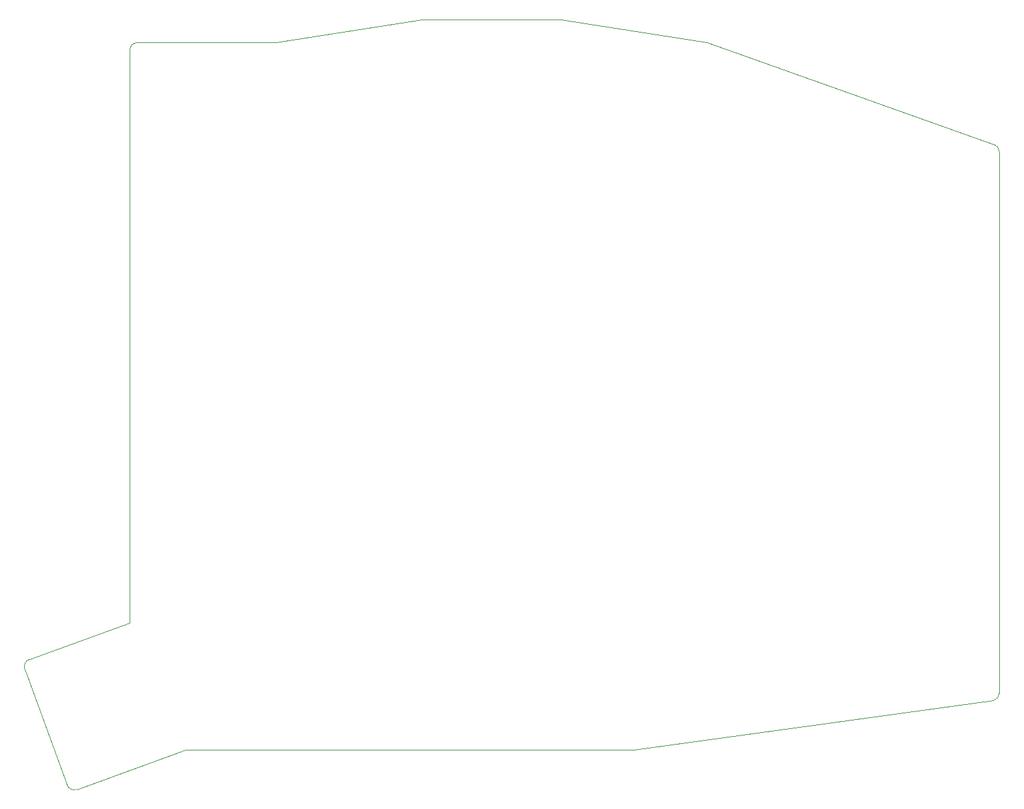
<source format=gm1>
%TF.GenerationSoftware,KiCad,Pcbnew,(6.0.11-0)*%
%TF.CreationDate,2023-02-13T17:10:24+08:00*%
%TF.ProjectId,V4,56342e6b-6963-4616-945f-706362585858,1*%
%TF.SameCoordinates,PX7bfa480PY6052340*%
%TF.FileFunction,Profile,NP*%
%FSLAX46Y46*%
G04 Gerber Fmt 4.6, Leading zero omitted, Abs format (unit mm)*
G04 Created by KiCad (PCBNEW (6.0.11-0)) date 2023-02-13 17:10:24*
%MOMM*%
%LPD*%
G01*
G04 APERTURE LIST*
%TA.AperFunction,Profile*%
%ADD10C,0.100000*%
%TD*%
%TA.AperFunction,Profile*%
%ADD11C,0.120000*%
%TD*%
G04 APERTURE END LIST*
D10*
X29000000Y50000000D02*
X10000000Y47000000D01*
X66000000Y47000000D02*
X47000000Y50000000D01*
X-7500000Y47000000D02*
X-8000000Y47000000D01*
X-9000000Y45990000D02*
X-9000000Y-28500000D01*
X103250001Y-38600005D02*
G75*
G03*
X104000000Y-37642893I-235701J957105D01*
G01*
X10000000Y47000000D02*
X7500000Y47000000D01*
X56500000Y-45000000D02*
X103250000Y-38600000D01*
X-1750000Y-45000000D02*
X56500000Y-45000000D01*
X-8000000Y47000049D02*
G75*
G03*
X-8999999Y45990000I0J-1000049D01*
G01*
X-17191072Y-49559722D02*
X-22663394Y-34524640D01*
X-17191098Y-49559731D02*
G75*
G03*
X-15909359Y-50157395I939698J342031D01*
G01*
X103300000Y33750000D02*
X66000000Y47000000D01*
X104000010Y32792893D02*
G75*
G03*
X103300000Y33750000I-1004310J7D01*
G01*
X-22065731Y-33242903D02*
G75*
G03*
X-22663394Y-34524640I342031J-939697D01*
G01*
X47000000Y50000000D02*
X29000000Y50000000D01*
X-22065722Y-33242928D02*
X-9000000Y-28500000D01*
X-1750000Y-45000000D02*
X-15909359Y-50157395D01*
X104000000Y-37642893D02*
X104000000Y32792893D01*
D11*
%TO.C,J1*%
X7500000Y47000000D02*
X-7500000Y47000000D01*
%TD*%
M02*

</source>
